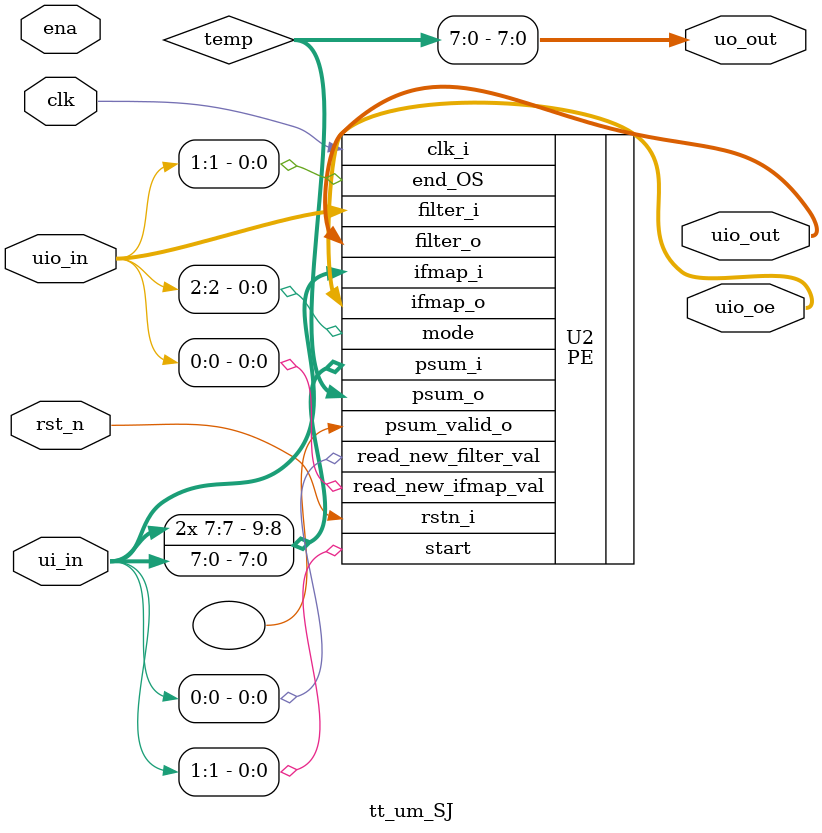
<source format=sv>
module tt_um_SJ(
    input  wire [7:0] ui_in,    // Dedicated inputs
    output wire [7:0] uo_out,   // Dedicated outputs
    input  wire [7:0] uio_in,   // IOs: Input path
    output wire [7:0] uio_out,  // IOs: Output path
    output wire [7:0] uio_oe,   // IOs: Enable path (active high: 0=input, 1=output)
    input  wire       ena,      // will go high when the design is enabled
    input  wire       clk,      // clock
    input  wire       rst_n     // reset_n - low to reset
);

    logic [9:0] temp;

    assign uo_out = temp[7:0];
    /*assign uio_oe  = 0;
    assign uio_out  = 0;

    top DUT(
        .clk(clk),
        .nRST(rst_n),
        .ui_in(ui_in),
        .uio_in(uio_in),
        .write(uo_out)
    );*/

    PE U2(
        .clk_i(clk), 
        .rstn_i(rst_n),
        .psum_i({{3{ui_in[7]}}, ui_in[6:0]}),
        .filter_i(uio_in), 
        .ifmap_i(ui_in), 
        .read_new_filter_val(ui_in[0]),
        .read_new_ifmap_val(uio_in[0]),
        .start(ui_in[1]),
        .mode(uio_in[2]),
		.psum_o(temp), 
        .psum_valid_o(),
		.end_OS(uio_in[1]),
		.filter_o(uio_out),
		.ifmap_o(uio_oe)
    );

endmodule
</source>
